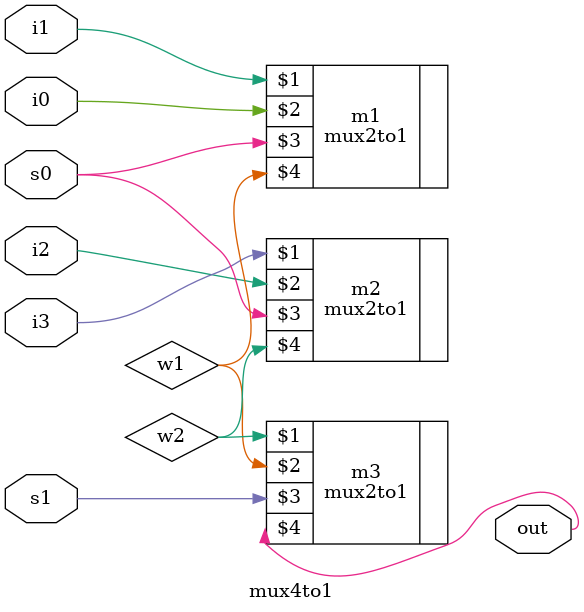
<source format=sv>
`timescale 1ns / 1ps


module mux4to1(input logic i0,i1,i2,i3,s0,s1, output logic out);
    //s0,i0 least
    logic w1,w2;
    mux2to1 m1(i1,i0,s0,w1);
    mux2to1 m2(i3,i2,s0,w2);
    mux2to1 m3(w2,w1,s1,out);
endmodule

</source>
